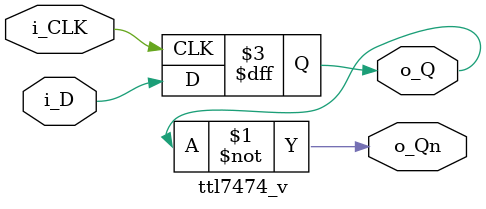
<source format=v>
module ttl7474_v (
  input i_D,
  output reg o_Q,
  output wire o_Qn,
  input i_CLK
  );

  assign o_Qn = ~o_Q;
  always @ ( posedge i_CLK ) begin
    o_Q <= i_D;
  end

endmodule //ttl7474

</source>
